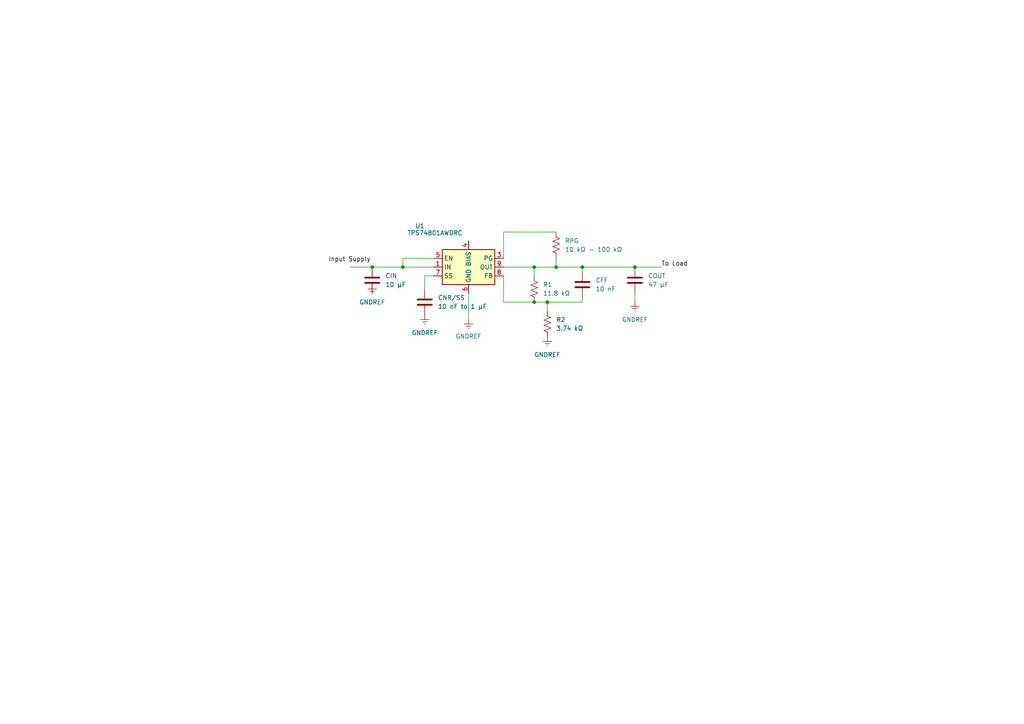
<source format=kicad_sch>
(kicad_sch (version 20250114) (generator "eeschema") (generator_version "9.0")
  (paper "A4")
  (lib_symbols
    (symbol "Device:C" (pin_numbers (hide yes)) (pin_names (offset 0.254))
      (property "Reference" "C" (at 0.635 2.54 0))
      (property "Value" "C" (at 0.635 -2.54 0))
      (symbol "C_0_1"
        (polyline (pts (xy -2.032 0.762) (xy 2.032 0.762)) (stroke (width 0.508)))
        (polyline (pts (xy -2.032 -0.762) (xy 2.032 -0.762)) (stroke (width 0.508)))
      )
      (symbol "C_1_1"
        (pin passive line (at 0 3.81 270) (length 2.794) (name "~") (number "1"))
        (pin passive line (at 0 -3.81 90) (length 2.794) (name "~") (number "2"))
      )
    )
    (symbol "Device:R_US" (pin_numbers (hide yes)) (pin_names (offset 0))
      (property "Reference" "R" (at 2.54 0 90))
      (property "Value" "R_US" (at -2.54 0 90))
      (symbol "R_US_0_1"
        (polyline (pts (xy 0 2.286) (xy 0 2.54)))
        (polyline (pts (xy 0 2.286) (xy 1.016 1.905) (xy 0 1.524) (xy -1.016 1.143) (xy 0 0.762)))
        (polyline (pts (xy 0 0.762) (xy 1.016 0.381) (xy 0 0) (xy -1.016 -0.381) (xy 0 -0.762)))
        (polyline (pts (xy 0 -0.762) (xy 1.016 -1.143) (xy 0 -1.524) (xy -1.016 -1.905) (xy 0 -2.286)))
        (polyline (pts (xy 0 -2.286) (xy 0 -2.54)))
      )
      (symbol "R_US_1_1"
        (pin passive line (at 0 3.81 270) (length 1.27) (name "~") (number "1"))
        (pin passive line (at 0 -3.81 90) (length 1.27) (name "~") (number "2"))
      )
    )
    (symbol "Regulator_Linear:TPS74801AWDRC"
      (property "Reference" "U1" (at -6.858 11.684 0))
      (property "Value" "TPS74801AWDRC" (at -6.858 9.144 0))
      (symbol "TPS74801AWDRC_0_1"
        (rectangle (start -7.62 5.08) (end 7.62 -5.08) (stroke (width 0.254)) (fill (type background)))
      )
      (symbol "TPS74801AWDRC_1_1"
        (pin passive line (at -10.16 2.54 0) (length 2.54) (hide yes) (name "IN") (number "2"))
        (pin input line (at -10.16 2.54 0) (length 2.54) (name "EN") (number "5"))
        (pin power_in line (at -10.16 0 0) (length 2.54) (name "IN") (number "1"))
        (pin passive line (at -10.16 -2.54 0) (length 2.54) (name "SS") (number "7"))
        (pin power_in line (at 0 7.62 270) (length 2.54) (name "BIAS") (number "4"))
        (pin passive line (at 0 -7.62 90) (length 2.54) (hide yes) (name "GND") (number "11"))
        (pin power_in line (at 0 -7.62 90) (length 2.54) (name "GND") (number "6"))
        (pin passive line (at 10.16 2.54 180) (length 2.54) (hide yes) (name "OUT") (number "10"))
        (pin open_collector line (at 10.16 2.54 180) (length 2.54) (name "PG") (number "3"))
        (pin power_out line (at 10.16 0 180) (length 2.54) (name "OUT") (number "9"))
        (pin input line (at 10.16 -2.54 180) (length 2.54) (name "FB") (number "8"))
      )
    )
    (symbol "power:GNDREF" (power) (pin_numbers (hide yes)) (pin_names (offset 0) (hide yes))
      (property "Value" "GNDREF" (at 0 -3.81 0))
      (symbol "GNDREF_0_1"
        (polyline (pts (xy -0.635 -1.905) (xy 0.635 -1.905)))
        (polyline (pts (xy -0.127 -2.54) (xy 0.127 -2.54)))
        (polyline (pts (xy 0 -1.27) (xy 0 0)))
        (polyline (pts (xy 1.27 -1.27) (xy -1.27 -1.27)))
      )
      (symbol "GNDREF_1_1"
        (pin power_in line (at 0 0 270) (length 0) (name "~") (number "1"))
      )
    )
  )
  (junction (at 154.94 87.63))
  (junction (at 161.29 77.47))
  (junction (at 158.75 87.63))
  (junction (at 107.95 77.47))
  (junction (at 154.94 77.47))
  (junction (at 184.15 77.47))
  (junction (at 168.91 77.47))
  (junction (at 116.84 77.47))
  (wire (pts (xy 158.75 87.63) (xy 158.75 90.17)))
  (wire (pts (xy 116.84 77.47) (xy 125.73 77.47)))
  (wire (pts (xy 161.29 77.47) (xy 161.29 74.93)))
  (wire (pts (xy 154.94 77.47) (xy 161.29 77.47)))
  (wire (pts (xy 123.19 80.01) (xy 123.19 83.82)))
  (wire (pts (xy 146.05 77.47) (xy 154.94 77.47)))
  (wire (pts (xy 101.6 77.47) (xy 107.95 77.47)))
  (wire (pts (xy 146.05 87.63) (xy 154.94 87.63)))
  (wire (pts (xy 107.95 85.09) (xy 107.95 82.55)))
  (wire (pts (xy 184.15 77.47) (xy 191.77 77.47)))
  (wire (pts (xy 107.95 77.47) (xy 116.84 77.47)))
  (wire (pts (xy 161.29 77.47) (xy 168.91 77.47)))
  (wire (pts (xy 184.15 85.09) (xy 184.15 87.63)))
  (wire (pts (xy 168.91 77.47) (xy 184.15 77.47)))
  (wire (pts (xy 158.75 87.63) (xy 168.91 87.63)))
  (wire (pts (xy 125.73 74.93) (xy 116.84 74.93)))
  (wire (pts (xy 168.91 87.63) (xy 168.91 86.36)))
  (wire (pts (xy 168.91 77.47) (xy 168.91 78.74)))
  (wire (pts (xy 146.05 67.31) (xy 146.05 74.93)))
  (wire (pts (xy 146.05 67.31) (xy 161.29 67.31)))
  (wire (pts (xy 125.73 80.01) (xy 123.19 80.01)))
  (wire (pts (xy 154.94 87.63) (xy 158.75 87.63)))
  (wire (pts (xy 135.89 92.71) (xy 135.89 85.09)))
  (wire (pts (xy 146.05 80.01) (xy 146.05 87.63)))
  (wire (pts (xy 116.84 74.93) (xy 116.84 77.47)))
  (wire (pts (xy 154.94 77.47) (xy 154.94 80.01)))
  (label "To Load" (at 191.77 77.47 0))
  (label "Input Supply" (at 95.25 76.2 0))
  (symbol (lib_id "power:GNDREF") (at 135.89 92.71 0) (unit 1)
    (property "Reference" "#PWR06" (effects (hide yes)))
    (property "Value" "GNDREF" (at 135.89 97.536 0))
    (property "Description" "Power symbol creates a global label with name \"GNDREF\" , reference supply ground" (effects (hide yes)))
  )
  (symbol (lib_id "Device:R_US") (at 158.75 93.98 0) (unit 1)
    (property "Reference" "R2" (at 161.29 92.7099 0) (effects (justify left)))
    (property "Value" "3.74 kΩ" (at 161.29 95.2499 0) (effects (justify left)))
    (property "Description" "Resistor, US symbol" (effects (hide yes)))
  )
  (symbol (lib_id "Regulator_Linear:TPS74801AWDRC") (at 135.89 77.47 0) (unit 1)
    (property "Reference" "U1" (at 120.396 65.532 0) (effects (justify left)))
    (property "Value" "TPS74801AWDRC" (at 118.11 67.564 0) (effects (justify left)))
    (property "Footprint" "Package_SON:VSON-10-1EP_3x3mm_P0.5mm_EP1.65x2.4mm_ThermalVias" (effects (hide yes)))
    (property "Datasheet" "https://www.ti.com/lit/ds/symlink/tps748a.pdf" (effects (hide yes)))
    (property "Description" "Texas Instruments 1.5A, Low-Dropout Linear Regulator With Programmable Soft-Start, 0.8-6.0Vin, 2.7-6.0Vbias, 0.8-3.6Vout" (effects (hide yes)))
  )
  (symbol (lib_id "Device:C") (at 184.15 81.28 0) (unit 1)
    (property "Reference" "COUT" (at 187.96 80.0099 0) (effects (justify left)))
    (property "Value" "47 µF" (at 187.96 82.5499 0) (effects (justify left)))
    (property "Description" "Unpolarized capacitor" (effects (hide yes)))
  )
  (symbol (lib_id "power:GNDREF") (at 184.15 87.63 0) (unit 1)
    (property "Reference" "#PWR04" (effects (hide yes)))
    (property "Value" "GNDREF" (at 184.15 92.71 0))
    (property "Description" "Power symbol creates a global label with name \"GNDREF\" , reference supply ground" (effects (hide yes)))
  )
  (symbol (lib_id "power:GNDREF") (at 158.75 97.79 0) (unit 1)
    (property "Reference" "#PWR03" (effects (hide yes)))
    (property "Value" "GNDREF" (at 158.75 102.87 0))
    (property "Description" "Power symbol creates a global label with name \"GNDREF\" , reference supply ground" (effects (hide yes)))
  )
  (symbol (lib_id "Device:C") (at 107.95 81.28 0) (unit 1)
    (property "Reference" "CIN" (at 111.76 80.0099 0) (effects (justify left)))
    (property "Value" "10 µF" (at 111.76 82.5499 0) (effects (justify left)))
    (property "Description" "Unpolarized capacitor" (effects (hide yes)))
  )
  (symbol (lib_id "Device:C") (at 123.19 87.63 0) (unit 1)
    (property "Reference" "CNR/SS" (at 127 86.3599 0) (effects (justify left)))
    (property "Value" "10 nF to 1 µF" (at 127 88.8999 0) (effects (justify left)))
    (property "Description" "Unpolarized capacitor" (effects (hide yes)))
  )
  (symbol (lib_id "Device:R_US") (at 161.29 71.12 0) (unit 1)
    (property "Reference" "RPG" (at 163.83 69.8499 0) (effects (justify left)))
    (property "Value" "10 kΩ - 100 kΩ" (at 163.83 72.3899 0) (effects (justify left)))
    (property "Description" "Resistor, US symbol" (effects (hide yes)))
  )
  (symbol (lib_id "Device:R_US") (at 154.94 83.82 0) (unit 1)
    (property "Reference" "R1" (at 157.48 82.5499 0) (effects (justify left)))
    (property "Value" "11.8 kΩ" (at 157.48 85.0899 0) (effects (justify left)))
    (property "Description" "Resistor, US symbol" (effects (hide yes)))
  )
  (symbol (lib_id "Device:C") (at 168.91 82.55 0) (unit 1)
    (property "Reference" "CFF" (at 172.72 81.2799 0) (effects (justify left)))
    (property "Value" "10 nF" (at 172.72 83.8199 0) (effects (justify left)))
    (property "Description" "Unpolarized capacitor" (effects (hide yes)))
  )
  (symbol (lib_id "power:GNDREF") (at 123.19 91.44 0) (unit 1)
    (property "Reference" "#PWR05" (effects (hide yes)))
    (property "Value" "GNDREF" (at 123.19 96.52 0))
    (property "Description" "Power symbol creates a global label with name \"GNDREF\" , reference supply ground" (effects (hide yes)))
  )
  (symbol (lib_id "power:GNDREF") (at 107.95 82.55 0) (unit 1)
    (property "Reference" "#PWR02" (effects (hide yes)))
    (property "Value" "GNDREF" (at 107.95 87.63 0))
    (property "Description" "Power symbol creates a global label with name \"GNDREF\" , reference supply ground" (effects (hide yes)))
  )
)
</source>
